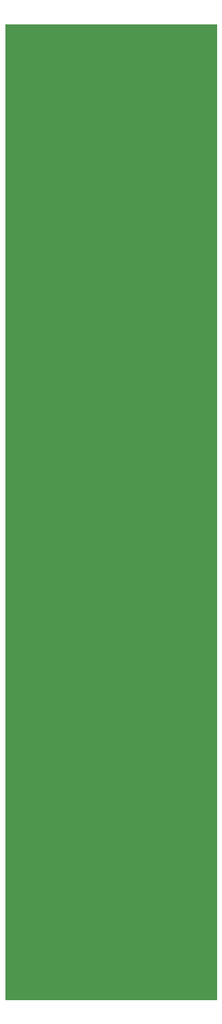
<source format=gm1>
%TF.GenerationSoftware,KiCad,Pcbnew,(6.0.5-0)*%
%TF.CreationDate,2022-07-10T18:26:10-04:00*%
%TF.ProjectId,OBS,4f42532e-6b69-4636-9164-5f7063625858,rev?*%
%TF.SameCoordinates,Original*%
%TF.FileFunction,Profile,NP*%
%FSLAX46Y46*%
G04 Gerber Fmt 4.6, Leading zero omitted, Abs format (unit mm)*
G04 Created by KiCad (PCBNEW (6.0.5-0)) date 2022-07-10 18:26:10*
%MOMM*%
%LPD*%
G01*
G04 APERTURE LIST*
%TA.AperFunction,Profile*%
%ADD10C,0.050000*%
%TD*%
G04 APERTURE END LIST*
D10*
X105410000Y-17780000D02*
X138430000Y-17780000D01*
X138430000Y-170180000D02*
X105410000Y-170180000D01*
X105410000Y-170180000D02*
X105410000Y-17780000D01*
X138430000Y-17780000D02*
X138430000Y-170180000D01*
G36*
X138372121Y-17800002D02*
G01*
X138418614Y-17853658D01*
X138430000Y-17906000D01*
X138430000Y-170054000D01*
X138409998Y-170122121D01*
X138356342Y-170168614D01*
X138304000Y-170180000D01*
X105536000Y-170180000D01*
X105467879Y-170159998D01*
X105421386Y-170106342D01*
X105410000Y-170054000D01*
X105410000Y-17906000D01*
X105430002Y-17837879D01*
X105483658Y-17791386D01*
X105536000Y-17780000D01*
X138304000Y-17780000D01*
X138372121Y-17800002D01*
G37*
M02*

</source>
